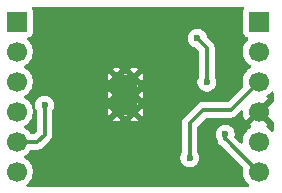
<source format=gbl>
G04 #@! TF.GenerationSoftware,KiCad,Pcbnew,9.0.1*
G04 #@! TF.CreationDate,2025-08-23T10:31:58+05:00*
G04 #@! TF.ProjectId,motor_driver,6d6f746f-725f-4647-9269-7665722e6b69,rev?*
G04 #@! TF.SameCoordinates,Original*
G04 #@! TF.FileFunction,Copper,L2,Bot*
G04 #@! TF.FilePolarity,Positive*
%FSLAX46Y46*%
G04 Gerber Fmt 4.6, Leading zero omitted, Abs format (unit mm)*
G04 Created by KiCad (PCBNEW 9.0.1) date 2025-08-23 10:31:58*
%MOMM*%
%LPD*%
G01*
G04 APERTURE LIST*
G04 #@! TA.AperFunction,ComponentPad*
%ADD10R,1.700000X1.700000*%
G04 #@! TD*
G04 #@! TA.AperFunction,ComponentPad*
%ADD11C,1.700000*%
G04 #@! TD*
G04 #@! TA.AperFunction,HeatsinkPad*
%ADD12C,0.500000*%
G04 #@! TD*
G04 #@! TA.AperFunction,HeatsinkPad*
%ADD13R,2.000000X3.500000*%
G04 #@! TD*
G04 #@! TA.AperFunction,ViaPad*
%ADD14C,0.600000*%
G04 #@! TD*
G04 #@! TA.AperFunction,Conductor*
%ADD15C,0.300000*%
G04 #@! TD*
G04 APERTURE END LIST*
D10*
X148450000Y-89540000D03*
D11*
X148450000Y-92080000D03*
X148450000Y-94620000D03*
X148450000Y-97160000D03*
X148450000Y-99700000D03*
X148450000Y-102240000D03*
D12*
X156900000Y-94200000D03*
X156900000Y-95700000D03*
X156900000Y-97200000D03*
D13*
X157650000Y-95700000D03*
D12*
X158400000Y-94200000D03*
X158400000Y-95700000D03*
X158400000Y-97200000D03*
D10*
X168950000Y-89520000D03*
D11*
X168950000Y-92060000D03*
X168950000Y-94600000D03*
X168950000Y-97140000D03*
X168950000Y-99680000D03*
X168950000Y-102220000D03*
D14*
X163750000Y-90950000D03*
X164550000Y-94650000D03*
X163100000Y-101050000D03*
X166100000Y-99060000D03*
X150800000Y-96600000D03*
D15*
X164550000Y-91750000D02*
X164550000Y-94650000D01*
X164200000Y-97000000D02*
X163100000Y-98100000D01*
X166550000Y-97000000D02*
X164200000Y-97000000D01*
X163750000Y-90950000D02*
X164550000Y-91750000D01*
X168950000Y-94600000D02*
X166550000Y-97000000D01*
X163100000Y-98100000D02*
X163100000Y-101050000D01*
X166100000Y-99500000D02*
X166150000Y-99500000D01*
X166150000Y-99500000D02*
X168900000Y-102250000D01*
X166100000Y-99060000D02*
X166100000Y-99500000D01*
X148400000Y-99710000D02*
X150190000Y-99710000D01*
X150800000Y-99100000D02*
X150800000Y-96600000D01*
X150190000Y-99710000D02*
X150800000Y-99100000D01*
G04 #@! TA.AperFunction,Conductor*
G36*
X167610993Y-88270185D02*
G01*
X167656748Y-88322989D01*
X167666692Y-88392147D01*
X167657820Y-88418806D01*
X167659303Y-88419359D01*
X167605908Y-88562517D01*
X167599501Y-88622116D01*
X167599500Y-88622135D01*
X167599500Y-90417870D01*
X167599501Y-90417876D01*
X167605908Y-90477483D01*
X167656202Y-90612328D01*
X167656206Y-90612335D01*
X167742452Y-90727544D01*
X167742455Y-90727547D01*
X167857664Y-90813793D01*
X167857671Y-90813797D01*
X167989082Y-90862810D01*
X168045016Y-90904681D01*
X168069433Y-90970145D01*
X168054582Y-91038418D01*
X168033431Y-91066673D01*
X167919889Y-91180215D01*
X167794951Y-91352179D01*
X167698444Y-91541585D01*
X167632753Y-91743760D01*
X167629316Y-91765463D01*
X167599500Y-91953713D01*
X167599500Y-92166287D01*
X167632754Y-92376243D01*
X167639252Y-92396243D01*
X167698444Y-92578414D01*
X167794951Y-92767820D01*
X167919890Y-92939786D01*
X168070213Y-93090109D01*
X168242182Y-93215050D01*
X168250946Y-93219516D01*
X168301742Y-93267491D01*
X168318536Y-93335312D01*
X168295998Y-93401447D01*
X168250946Y-93440484D01*
X168242182Y-93444949D01*
X168070213Y-93569890D01*
X167919890Y-93720213D01*
X167794951Y-93892179D01*
X167698444Y-94081585D01*
X167632753Y-94283760D01*
X167611371Y-94418760D01*
X167599500Y-94493713D01*
X167599500Y-94706287D01*
X167603073Y-94728844D01*
X167633516Y-94921055D01*
X167631877Y-94921314D01*
X167628738Y-94983883D01*
X167599342Y-95030710D01*
X166316873Y-96313181D01*
X166255550Y-96346666D01*
X166229192Y-96349500D01*
X164135929Y-96349500D01*
X164010261Y-96374497D01*
X164010255Y-96374499D01*
X163891874Y-96423534D01*
X163785326Y-96494726D01*
X162594726Y-97685326D01*
X162523534Y-97791874D01*
X162474499Y-97910255D01*
X162474497Y-97910261D01*
X162449500Y-98035928D01*
X162449500Y-100545064D01*
X162429815Y-100612103D01*
X162428603Y-100613954D01*
X162390608Y-100670817D01*
X162390602Y-100670828D01*
X162330264Y-100816498D01*
X162330261Y-100816510D01*
X162299500Y-100971153D01*
X162299500Y-101128846D01*
X162330261Y-101283489D01*
X162330264Y-101283501D01*
X162390602Y-101429172D01*
X162390609Y-101429185D01*
X162478210Y-101560288D01*
X162478213Y-101560292D01*
X162589707Y-101671786D01*
X162589711Y-101671789D01*
X162720814Y-101759390D01*
X162720827Y-101759397D01*
X162866498Y-101819735D01*
X162866503Y-101819737D01*
X163021153Y-101850499D01*
X163021156Y-101850500D01*
X163021158Y-101850500D01*
X163178844Y-101850500D01*
X163178845Y-101850499D01*
X163333497Y-101819737D01*
X163479179Y-101759394D01*
X163610289Y-101671789D01*
X163721789Y-101560289D01*
X163809394Y-101429179D01*
X163869737Y-101283497D01*
X163900500Y-101128842D01*
X163900500Y-100971158D01*
X163900500Y-100971155D01*
X163900499Y-100971153D01*
X163896291Y-100950000D01*
X163869737Y-100816503D01*
X163833950Y-100730104D01*
X163809397Y-100670828D01*
X163809396Y-100670827D01*
X163809394Y-100670821D01*
X163771396Y-100613953D01*
X163750520Y-100547276D01*
X163750500Y-100545064D01*
X163750500Y-98420808D01*
X163770185Y-98353769D01*
X163786819Y-98333127D01*
X164433127Y-97686819D01*
X164494450Y-97653334D01*
X164520808Y-97650500D01*
X166614071Y-97650500D01*
X166698615Y-97633682D01*
X166739744Y-97625501D01*
X166858127Y-97576465D01*
X166964669Y-97505277D01*
X167388320Y-97081625D01*
X167449642Y-97048141D01*
X167519333Y-97053125D01*
X167575267Y-97094996D01*
X167599684Y-97160461D01*
X167600000Y-97169307D01*
X167600000Y-97246246D01*
X167633242Y-97456127D01*
X167633242Y-97456130D01*
X167698904Y-97658217D01*
X167795375Y-97847550D01*
X167834728Y-97901716D01*
X168467037Y-97269408D01*
X168484075Y-97332993D01*
X168549901Y-97447007D01*
X168642993Y-97540099D01*
X168757007Y-97605925D01*
X168820590Y-97622962D01*
X168188282Y-98255269D01*
X168188282Y-98255270D01*
X168242452Y-98294626D01*
X168242451Y-98294626D01*
X168251495Y-98299234D01*
X168302292Y-98347208D01*
X168319087Y-98415029D01*
X168296550Y-98481164D01*
X168251499Y-98520202D01*
X168242182Y-98524949D01*
X168070213Y-98649890D01*
X167919890Y-98800213D01*
X167794951Y-98972179D01*
X167698444Y-99161585D01*
X167632753Y-99363760D01*
X167599500Y-99573713D01*
X167599500Y-99730192D01*
X167579815Y-99797231D01*
X167527011Y-99842986D01*
X167457853Y-99852930D01*
X167394297Y-99823905D01*
X167387819Y-99817873D01*
X166915559Y-99345613D01*
X166882074Y-99284290D01*
X166881623Y-99233740D01*
X166900500Y-99138844D01*
X166900500Y-98981155D01*
X166900499Y-98981153D01*
X166873159Y-98843708D01*
X166869737Y-98826503D01*
X166859387Y-98801516D01*
X166809397Y-98680827D01*
X166809390Y-98680814D01*
X166721789Y-98549711D01*
X166721786Y-98549707D01*
X166610292Y-98438213D01*
X166610288Y-98438210D01*
X166479185Y-98350609D01*
X166479172Y-98350602D01*
X166333501Y-98290264D01*
X166333489Y-98290261D01*
X166178845Y-98259500D01*
X166178842Y-98259500D01*
X166021158Y-98259500D01*
X166021155Y-98259500D01*
X165866510Y-98290261D01*
X165866498Y-98290264D01*
X165720827Y-98350602D01*
X165720814Y-98350609D01*
X165589711Y-98438210D01*
X165589707Y-98438213D01*
X165478213Y-98549707D01*
X165478210Y-98549711D01*
X165390609Y-98680814D01*
X165390602Y-98680827D01*
X165330264Y-98826498D01*
X165330261Y-98826510D01*
X165299500Y-98981153D01*
X165299500Y-99138846D01*
X165330261Y-99293489D01*
X165330264Y-99293501D01*
X165390602Y-99439172D01*
X165390606Y-99439179D01*
X165428602Y-99496044D01*
X165448031Y-99558094D01*
X165448903Y-99558009D01*
X165449315Y-99562194D01*
X165449480Y-99562721D01*
X165449491Y-99563984D01*
X165449499Y-99564071D01*
X165474497Y-99689738D01*
X165474499Y-99689744D01*
X165523533Y-99808124D01*
X165523538Y-99808133D01*
X165594723Y-99914668D01*
X165594726Y-99914672D01*
X165685327Y-100005273D01*
X165685335Y-100005279D01*
X165791862Y-100076458D01*
X165791865Y-100076459D01*
X165791873Y-100076465D01*
X165791879Y-100076467D01*
X165791880Y-100076468D01*
X165794084Y-100077381D01*
X165796066Y-100078705D01*
X165797244Y-100079335D01*
X165797182Y-100079450D01*
X165834316Y-100104262D01*
X167588222Y-101858168D01*
X167621707Y-101919491D01*
X167623014Y-101965246D01*
X167599500Y-102113712D01*
X167599500Y-102113713D01*
X167599500Y-102326287D01*
X167632754Y-102536243D01*
X167639252Y-102556243D01*
X167698444Y-102738414D01*
X167794951Y-102927820D01*
X167919890Y-103099786D01*
X167919896Y-103099792D01*
X168070208Y-103250104D01*
X168097736Y-103270104D01*
X168104724Y-103275181D01*
X168147390Y-103330511D01*
X168153369Y-103400124D01*
X168120764Y-103461920D01*
X168059925Y-103496277D01*
X168031839Y-103499500D01*
X149395689Y-103499500D01*
X149328650Y-103479815D01*
X149282895Y-103427011D01*
X149272951Y-103357853D01*
X149301976Y-103294297D01*
X149322804Y-103275181D01*
X149329792Y-103270104D01*
X149480104Y-103119792D01*
X149480106Y-103119788D01*
X149480109Y-103119786D01*
X149605048Y-102947820D01*
X149605047Y-102947820D01*
X149605051Y-102947816D01*
X149701557Y-102758412D01*
X149767246Y-102556243D01*
X149800500Y-102346287D01*
X149800500Y-102133713D01*
X149767246Y-101923757D01*
X149701557Y-101721588D01*
X149605051Y-101532184D01*
X149605049Y-101532181D01*
X149605048Y-101532179D01*
X149480109Y-101360213D01*
X149329786Y-101209890D01*
X149157820Y-101084951D01*
X149157115Y-101084591D01*
X149149054Y-101080485D01*
X149098259Y-101032512D01*
X149081463Y-100964692D01*
X149103999Y-100898556D01*
X149149054Y-100859515D01*
X149157816Y-100855051D01*
X149210880Y-100816498D01*
X149329786Y-100730109D01*
X149329788Y-100730106D01*
X149329792Y-100730104D01*
X149480104Y-100579792D01*
X149496544Y-100557164D01*
X149602292Y-100411615D01*
X149657622Y-100368949D01*
X149702610Y-100360500D01*
X150254071Y-100360500D01*
X150338615Y-100343682D01*
X150379744Y-100335501D01*
X150498127Y-100286465D01*
X150507405Y-100280265D01*
X150507409Y-100280264D01*
X150593935Y-100222449D01*
X150604669Y-100215277D01*
X151305276Y-99514670D01*
X151376465Y-99408127D01*
X151425501Y-99289744D01*
X151436641Y-99233740D01*
X151450500Y-99164071D01*
X151450500Y-97877577D01*
X156575975Y-97877577D01*
X156681236Y-97921178D01*
X156681240Y-97921179D01*
X156826126Y-97949999D01*
X156826129Y-97950000D01*
X156973871Y-97950000D01*
X156973873Y-97949999D01*
X157118760Y-97921179D01*
X157118775Y-97921175D01*
X157224024Y-97877578D01*
X157224024Y-97877577D01*
X158075975Y-97877577D01*
X158181236Y-97921178D01*
X158181240Y-97921179D01*
X158326126Y-97949999D01*
X158326129Y-97950000D01*
X158473871Y-97950000D01*
X158473873Y-97949999D01*
X158618760Y-97921179D01*
X158618775Y-97921175D01*
X158724024Y-97877578D01*
X158724024Y-97877577D01*
X158400001Y-97553554D01*
X158400000Y-97553554D01*
X158075975Y-97877577D01*
X157224024Y-97877577D01*
X156900001Y-97553554D01*
X156900000Y-97553554D01*
X156575975Y-97877577D01*
X151450500Y-97877577D01*
X151450500Y-97126126D01*
X156150000Y-97126126D01*
X156150000Y-97273873D01*
X156178820Y-97418759D01*
X156178822Y-97418767D01*
X156222421Y-97524024D01*
X156546446Y-97200000D01*
X156546446Y-97199999D01*
X156526556Y-97180109D01*
X156800000Y-97180109D01*
X156800000Y-97219891D01*
X156815224Y-97256645D01*
X156843355Y-97284776D01*
X156880109Y-97300000D01*
X156919891Y-97300000D01*
X156956645Y-97284776D01*
X156984776Y-97256645D01*
X157000000Y-97219891D01*
X157000000Y-97199999D01*
X157253554Y-97199999D01*
X157253554Y-97200001D01*
X157577576Y-97524023D01*
X157625807Y-97514430D01*
X157674191Y-97514430D01*
X157722422Y-97524024D01*
X158046446Y-97200000D01*
X158046446Y-97199999D01*
X158026556Y-97180109D01*
X158300000Y-97180109D01*
X158300000Y-97219891D01*
X158315224Y-97256645D01*
X158343355Y-97284776D01*
X158380109Y-97300000D01*
X158419891Y-97300000D01*
X158456645Y-97284776D01*
X158484776Y-97256645D01*
X158500000Y-97219891D01*
X158500000Y-97199999D01*
X158753554Y-97199999D01*
X158753554Y-97200001D01*
X159077577Y-97524024D01*
X159077578Y-97524024D01*
X159121175Y-97418775D01*
X159121179Y-97418760D01*
X159149999Y-97273873D01*
X159150000Y-97273871D01*
X159150000Y-97126128D01*
X159149999Y-97126126D01*
X159121179Y-96981240D01*
X159121178Y-96981236D01*
X159077577Y-96875975D01*
X158753554Y-97199999D01*
X158500000Y-97199999D01*
X158500000Y-97180109D01*
X158484776Y-97143355D01*
X158456645Y-97115224D01*
X158419891Y-97100000D01*
X158380109Y-97100000D01*
X158343355Y-97115224D01*
X158315224Y-97143355D01*
X158300000Y-97180109D01*
X158026556Y-97180109D01*
X157722421Y-96875974D01*
X157674190Y-96885568D01*
X157625808Y-96885568D01*
X157577577Y-96875974D01*
X157253554Y-97199999D01*
X157000000Y-97199999D01*
X157000000Y-97180109D01*
X156984776Y-97143355D01*
X156956645Y-97115224D01*
X156919891Y-97100000D01*
X156880109Y-97100000D01*
X156843355Y-97115224D01*
X156815224Y-97143355D01*
X156800000Y-97180109D01*
X156526556Y-97180109D01*
X156222421Y-96875974D01*
X156222420Y-96875974D01*
X156178823Y-96981228D01*
X156178820Y-96981240D01*
X156150000Y-97126126D01*
X151450500Y-97126126D01*
X151450500Y-97104935D01*
X151470185Y-97037896D01*
X151471366Y-97036090D01*
X151509394Y-96979179D01*
X151569737Y-96833497D01*
X151600500Y-96678842D01*
X151600500Y-96521158D01*
X151600500Y-96521155D01*
X151600499Y-96521153D01*
X151571940Y-96377577D01*
X156575974Y-96377577D01*
X156585568Y-96425808D01*
X156585568Y-96474190D01*
X156575974Y-96522421D01*
X156900000Y-96846446D01*
X156900001Y-96846446D01*
X157224024Y-96522422D01*
X157214430Y-96474191D01*
X157214430Y-96465853D01*
X157212540Y-96461050D01*
X157214430Y-96425807D01*
X157224023Y-96377577D01*
X158075974Y-96377577D01*
X158085568Y-96425808D01*
X158085568Y-96474190D01*
X158075974Y-96522421D01*
X158400000Y-96846446D01*
X158400001Y-96846446D01*
X158724024Y-96522422D01*
X158714430Y-96474191D01*
X158714430Y-96425807D01*
X158724023Y-96377576D01*
X158400001Y-96053554D01*
X158400000Y-96053554D01*
X158075974Y-96377577D01*
X157224023Y-96377577D01*
X157224023Y-96377576D01*
X156900001Y-96053554D01*
X156900000Y-96053554D01*
X156575974Y-96377577D01*
X151571940Y-96377577D01*
X151569739Y-96366512D01*
X151569738Y-96366509D01*
X151569737Y-96366503D01*
X151550351Y-96319700D01*
X151509397Y-96220827D01*
X151509390Y-96220814D01*
X151421789Y-96089711D01*
X151421786Y-96089707D01*
X151310292Y-95978213D01*
X151310288Y-95978210D01*
X151179185Y-95890609D01*
X151179172Y-95890602D01*
X151033501Y-95830264D01*
X151033489Y-95830261D01*
X150878845Y-95799500D01*
X150878842Y-95799500D01*
X150721158Y-95799500D01*
X150721155Y-95799500D01*
X150566510Y-95830261D01*
X150566498Y-95830264D01*
X150420827Y-95890602D01*
X150420814Y-95890609D01*
X150289711Y-95978210D01*
X150289707Y-95978213D01*
X150178213Y-96089707D01*
X150178210Y-96089711D01*
X150090609Y-96220814D01*
X150090602Y-96220827D01*
X150030264Y-96366498D01*
X150030261Y-96366510D01*
X149999500Y-96521153D01*
X149999500Y-96678846D01*
X150030261Y-96833489D01*
X150030264Y-96833501D01*
X150090602Y-96979172D01*
X150090606Y-96979179D01*
X150128602Y-97036044D01*
X150149480Y-97102721D01*
X150149500Y-97104935D01*
X150149500Y-98779192D01*
X150140855Y-98808632D01*
X150134332Y-98838619D01*
X150130577Y-98843634D01*
X150129815Y-98846231D01*
X150113181Y-98866873D01*
X149956873Y-99023181D01*
X149895550Y-99056666D01*
X149869192Y-99059500D01*
X149715337Y-99059500D01*
X149648298Y-99039815D01*
X149608471Y-98995793D01*
X149607592Y-98996332D01*
X149605057Y-98992196D01*
X149605051Y-98992184D01*
X149590517Y-98972179D01*
X149480109Y-98820213D01*
X149329786Y-98669890D01*
X149157820Y-98544951D01*
X149157115Y-98544591D01*
X149149054Y-98540485D01*
X149098259Y-98492512D01*
X149081463Y-98424692D01*
X149103999Y-98358556D01*
X149149054Y-98319515D01*
X149157816Y-98315051D01*
X149240098Y-98255270D01*
X149329786Y-98190109D01*
X149329788Y-98190106D01*
X149329792Y-98190104D01*
X149480104Y-98039792D01*
X149480106Y-98039788D01*
X149480109Y-98039786D01*
X149589086Y-97889789D01*
X149605051Y-97867816D01*
X149701557Y-97678412D01*
X149767246Y-97476243D01*
X149800500Y-97266287D01*
X149800500Y-97053713D01*
X149767246Y-96843757D01*
X149701557Y-96641588D01*
X149605051Y-96452184D01*
X149605049Y-96452181D01*
X149605048Y-96452179D01*
X149480109Y-96280213D01*
X149329786Y-96129890D01*
X149157820Y-96004951D01*
X149157115Y-96004591D01*
X149149054Y-96000485D01*
X149098259Y-95952512D01*
X149081463Y-95884692D01*
X149103999Y-95818556D01*
X149149054Y-95779515D01*
X149157816Y-95775051D01*
X149233738Y-95719891D01*
X149329786Y-95650109D01*
X149329788Y-95650106D01*
X149329792Y-95650104D01*
X149353770Y-95626126D01*
X156150000Y-95626126D01*
X156150000Y-95773873D01*
X156178820Y-95918759D01*
X156178822Y-95918767D01*
X156222421Y-96024024D01*
X156546446Y-95700000D01*
X156546446Y-95699999D01*
X156526556Y-95680109D01*
X156800000Y-95680109D01*
X156800000Y-95719891D01*
X156815224Y-95756645D01*
X156843355Y-95784776D01*
X156880109Y-95800000D01*
X156919891Y-95800000D01*
X156956645Y-95784776D01*
X156984776Y-95756645D01*
X157000000Y-95719891D01*
X157000000Y-95699999D01*
X157253554Y-95699999D01*
X157253554Y-95700001D01*
X157577576Y-96024023D01*
X157625807Y-96014430D01*
X157674191Y-96014430D01*
X157722422Y-96024024D01*
X158046446Y-95700000D01*
X158046446Y-95699999D01*
X158026556Y-95680109D01*
X158300000Y-95680109D01*
X158300000Y-95719891D01*
X158315224Y-95756645D01*
X158343355Y-95784776D01*
X158380109Y-95800000D01*
X158419891Y-95800000D01*
X158456645Y-95784776D01*
X158484776Y-95756645D01*
X158500000Y-95719891D01*
X158500000Y-95699999D01*
X158753554Y-95699999D01*
X158753554Y-95700001D01*
X159077577Y-96024024D01*
X159077578Y-96024024D01*
X159121175Y-95918775D01*
X159121179Y-95918760D01*
X159149999Y-95773873D01*
X159150000Y-95773871D01*
X159150000Y-95626128D01*
X159149999Y-95626126D01*
X159121179Y-95481240D01*
X159121178Y-95481236D01*
X159077577Y-95375975D01*
X158753554Y-95699999D01*
X158500000Y-95699999D01*
X158500000Y-95680109D01*
X158484776Y-95643355D01*
X158456645Y-95615224D01*
X158419891Y-95600000D01*
X158380109Y-95600000D01*
X158343355Y-95615224D01*
X158315224Y-95643355D01*
X158300000Y-95680109D01*
X158026556Y-95680109D01*
X157722421Y-95375974D01*
X157674190Y-95385568D01*
X157625808Y-95385568D01*
X157577577Y-95375974D01*
X157253554Y-95699999D01*
X157000000Y-95699999D01*
X157000000Y-95680109D01*
X156984776Y-95643355D01*
X156956645Y-95615224D01*
X156919891Y-95600000D01*
X156880109Y-95600000D01*
X156843355Y-95615224D01*
X156815224Y-95643355D01*
X156800000Y-95680109D01*
X156526556Y-95680109D01*
X156222421Y-95375974D01*
X156222420Y-95375974D01*
X156178823Y-95481228D01*
X156178820Y-95481240D01*
X156150000Y-95626126D01*
X149353770Y-95626126D01*
X149480104Y-95499792D01*
X149480106Y-95499788D01*
X149480109Y-95499786D01*
X149605048Y-95327820D01*
X149605047Y-95327820D01*
X149605051Y-95327816D01*
X149701557Y-95138412D01*
X149767246Y-94936243D01*
X149776538Y-94877577D01*
X156575974Y-94877577D01*
X156585568Y-94925808D01*
X156585568Y-94974190D01*
X156575974Y-95022421D01*
X156900000Y-95346446D01*
X156900001Y-95346446D01*
X157224024Y-95022422D01*
X157214430Y-94974191D01*
X157214430Y-94965853D01*
X157212540Y-94961050D01*
X157214430Y-94925807D01*
X157224023Y-94877577D01*
X158075974Y-94877577D01*
X158085568Y-94925808D01*
X158085568Y-94974190D01*
X158075974Y-95022421D01*
X158400000Y-95346446D01*
X158400001Y-95346446D01*
X158724024Y-95022422D01*
X158714430Y-94974191D01*
X158714430Y-94925807D01*
X158724023Y-94877576D01*
X158400001Y-94553554D01*
X158400000Y-94553554D01*
X158075974Y-94877577D01*
X157224023Y-94877577D01*
X157224023Y-94877576D01*
X156900001Y-94553554D01*
X156900000Y-94553554D01*
X156575974Y-94877577D01*
X149776538Y-94877577D01*
X149800500Y-94726287D01*
X149800500Y-94513713D01*
X149767246Y-94303757D01*
X149709530Y-94126126D01*
X156150000Y-94126126D01*
X156150000Y-94273873D01*
X156178820Y-94418759D01*
X156178822Y-94418767D01*
X156222421Y-94524024D01*
X156546446Y-94200000D01*
X156546446Y-94199999D01*
X156526556Y-94180109D01*
X156800000Y-94180109D01*
X156800000Y-94219891D01*
X156815224Y-94256645D01*
X156843355Y-94284776D01*
X156880109Y-94300000D01*
X156919891Y-94300000D01*
X156956645Y-94284776D01*
X156984776Y-94256645D01*
X157000000Y-94219891D01*
X157000000Y-94199999D01*
X157253554Y-94199999D01*
X157253554Y-94200001D01*
X157577576Y-94524023D01*
X157625807Y-94514430D01*
X157674191Y-94514430D01*
X157722422Y-94524024D01*
X158046446Y-94200000D01*
X158046446Y-94199999D01*
X158026556Y-94180109D01*
X158300000Y-94180109D01*
X158300000Y-94219891D01*
X158315224Y-94256645D01*
X158343355Y-94284776D01*
X158380109Y-94300000D01*
X158419891Y-94300000D01*
X158456645Y-94284776D01*
X158484776Y-94256645D01*
X158500000Y-94219891D01*
X158500000Y-94199999D01*
X158753554Y-94199999D01*
X158753554Y-94200001D01*
X159077577Y-94524024D01*
X159077578Y-94524024D01*
X159121175Y-94418775D01*
X159121179Y-94418760D01*
X159149999Y-94273873D01*
X159150000Y-94273871D01*
X159150000Y-94126128D01*
X159149999Y-94126126D01*
X159121179Y-93981240D01*
X159121178Y-93981236D01*
X159077577Y-93875975D01*
X158753554Y-94199999D01*
X158500000Y-94199999D01*
X158500000Y-94180109D01*
X158484776Y-94143355D01*
X158456645Y-94115224D01*
X158419891Y-94100000D01*
X158380109Y-94100000D01*
X158343355Y-94115224D01*
X158315224Y-94143355D01*
X158300000Y-94180109D01*
X158026556Y-94180109D01*
X157722421Y-93875974D01*
X157674190Y-93885568D01*
X157625808Y-93885568D01*
X157577577Y-93875974D01*
X157253554Y-94199999D01*
X157000000Y-94199999D01*
X157000000Y-94180109D01*
X156984776Y-94143355D01*
X156956645Y-94115224D01*
X156919891Y-94100000D01*
X156880109Y-94100000D01*
X156843355Y-94115224D01*
X156815224Y-94143355D01*
X156800000Y-94180109D01*
X156526556Y-94180109D01*
X156222421Y-93875974D01*
X156222420Y-93875974D01*
X156178823Y-93981228D01*
X156178820Y-93981240D01*
X156150000Y-94126126D01*
X149709530Y-94126126D01*
X149701557Y-94101588D01*
X149605051Y-93912184D01*
X149605049Y-93912181D01*
X149605048Y-93912179D01*
X149480109Y-93740213D01*
X149329786Y-93589890D01*
X149236920Y-93522420D01*
X156575974Y-93522420D01*
X156575974Y-93522421D01*
X156900000Y-93846446D01*
X156900001Y-93846446D01*
X157224024Y-93522421D01*
X157224022Y-93522420D01*
X158075974Y-93522420D01*
X158075974Y-93522421D01*
X158400000Y-93846446D01*
X158400001Y-93846446D01*
X158724024Y-93522421D01*
X158618767Y-93478822D01*
X158618759Y-93478820D01*
X158473872Y-93450000D01*
X158326128Y-93450000D01*
X158181240Y-93478820D01*
X158181228Y-93478823D01*
X158075974Y-93522420D01*
X157224022Y-93522420D01*
X157118767Y-93478822D01*
X157118759Y-93478820D01*
X156973872Y-93450000D01*
X156826128Y-93450000D01*
X156681240Y-93478820D01*
X156681228Y-93478823D01*
X156575974Y-93522420D01*
X149236920Y-93522420D01*
X149157820Y-93464951D01*
X149157115Y-93464591D01*
X149149054Y-93460485D01*
X149098259Y-93412512D01*
X149081463Y-93344692D01*
X149103999Y-93278556D01*
X149149054Y-93239515D01*
X149157816Y-93235051D01*
X149185348Y-93215048D01*
X149329786Y-93110109D01*
X149329788Y-93110106D01*
X149329792Y-93110104D01*
X149480104Y-92959792D01*
X149480106Y-92959788D01*
X149480109Y-92959786D01*
X149605048Y-92787820D01*
X149605047Y-92787820D01*
X149605051Y-92787816D01*
X149701557Y-92598412D01*
X149767246Y-92396243D01*
X149800500Y-92186287D01*
X149800500Y-91973713D01*
X149767246Y-91763757D01*
X149701557Y-91561588D01*
X149605051Y-91372184D01*
X149605049Y-91372181D01*
X149605048Y-91372179D01*
X149480109Y-91200213D01*
X149366569Y-91086673D01*
X149333084Y-91025350D01*
X149338068Y-90955658D01*
X149379940Y-90899725D01*
X149410915Y-90882810D01*
X149442170Y-90871153D01*
X162949500Y-90871153D01*
X162949500Y-91028846D01*
X162980261Y-91183489D01*
X162980264Y-91183501D01*
X163040602Y-91329172D01*
X163040609Y-91329185D01*
X163128210Y-91460288D01*
X163128213Y-91460292D01*
X163239707Y-91571786D01*
X163239711Y-91571789D01*
X163370814Y-91659390D01*
X163370827Y-91659397D01*
X163434880Y-91685928D01*
X163516503Y-91719737D01*
X163583580Y-91733079D01*
X163645490Y-91765463D01*
X163647069Y-91767015D01*
X163863181Y-91983127D01*
X163896666Y-92044450D01*
X163899500Y-92070808D01*
X163899500Y-94145064D01*
X163879815Y-94212103D01*
X163878603Y-94213954D01*
X163840608Y-94270817D01*
X163840602Y-94270828D01*
X163780264Y-94416498D01*
X163780261Y-94416510D01*
X163749500Y-94571153D01*
X163749500Y-94728846D01*
X163780261Y-94883489D01*
X163780264Y-94883501D01*
X163840602Y-95029172D01*
X163840609Y-95029185D01*
X163928210Y-95160288D01*
X163928213Y-95160292D01*
X164039707Y-95271786D01*
X164039711Y-95271789D01*
X164170814Y-95359390D01*
X164170827Y-95359397D01*
X164316498Y-95419735D01*
X164316503Y-95419737D01*
X164419890Y-95440302D01*
X164471153Y-95450499D01*
X164471156Y-95450500D01*
X164471158Y-95450500D01*
X164628844Y-95450500D01*
X164628845Y-95450499D01*
X164783497Y-95419737D01*
X164929179Y-95359394D01*
X165060289Y-95271789D01*
X165171789Y-95160289D01*
X165259394Y-95029179D01*
X165319737Y-94883497D01*
X165350500Y-94728842D01*
X165350500Y-94571158D01*
X165350500Y-94571155D01*
X165350499Y-94571153D01*
X165320186Y-94418760D01*
X165319737Y-94416503D01*
X165273038Y-94303760D01*
X165259397Y-94270828D01*
X165259396Y-94270827D01*
X165259394Y-94270821D01*
X165221396Y-94213953D01*
X165200520Y-94147276D01*
X165200500Y-94145064D01*
X165200500Y-91685928D01*
X165175502Y-91560261D01*
X165175501Y-91560260D01*
X165175501Y-91560256D01*
X165126465Y-91441873D01*
X165113332Y-91422218D01*
X165055277Y-91335331D01*
X165055275Y-91335329D01*
X165055273Y-91335326D01*
X165055272Y-91335325D01*
X164567014Y-90847068D01*
X164533529Y-90785745D01*
X164533105Y-90783714D01*
X164519737Y-90716503D01*
X164476587Y-90612328D01*
X164459397Y-90570827D01*
X164459390Y-90570814D01*
X164371789Y-90439711D01*
X164371786Y-90439707D01*
X164260292Y-90328213D01*
X164260288Y-90328210D01*
X164129185Y-90240609D01*
X164129172Y-90240602D01*
X163983501Y-90180264D01*
X163983489Y-90180261D01*
X163828845Y-90149500D01*
X163828842Y-90149500D01*
X163671158Y-90149500D01*
X163671155Y-90149500D01*
X163516510Y-90180261D01*
X163516498Y-90180264D01*
X163370827Y-90240602D01*
X163370814Y-90240609D01*
X163239711Y-90328210D01*
X163239707Y-90328213D01*
X163128213Y-90439707D01*
X163128210Y-90439711D01*
X163040609Y-90570814D01*
X163040602Y-90570827D01*
X162980264Y-90716498D01*
X162980261Y-90716510D01*
X162949500Y-90871153D01*
X149442170Y-90871153D01*
X149542331Y-90833796D01*
X149657546Y-90747546D01*
X149743796Y-90632331D01*
X149794091Y-90497483D01*
X149800500Y-90437873D01*
X149800499Y-88642128D01*
X149794091Y-88582517D01*
X149786631Y-88562517D01*
X149743797Y-88447671D01*
X149739546Y-88439886D01*
X149741021Y-88439080D01*
X149720234Y-88383345D01*
X149735086Y-88315072D01*
X149784492Y-88265667D01*
X149843918Y-88250500D01*
X167543954Y-88250500D01*
X167610993Y-88270185D01*
G37*
G04 #@! TD.AperFunction*
G04 #@! TA.AperFunction,Conductor*
G36*
X170065269Y-97901716D02*
G01*
X170065770Y-97901677D01*
X170134147Y-97916041D01*
X170183905Y-97965092D01*
X170199500Y-98025295D01*
X170199500Y-98720970D01*
X170179815Y-98788009D01*
X170127011Y-98833764D01*
X170057853Y-98843708D01*
X169994297Y-98814683D01*
X169981222Y-98801516D01*
X169980107Y-98800211D01*
X169829786Y-98649890D01*
X169657817Y-98524949D01*
X169648504Y-98520204D01*
X169597707Y-98472230D01*
X169580912Y-98404409D01*
X169603449Y-98338274D01*
X169648507Y-98299232D01*
X169657555Y-98294622D01*
X169711716Y-98255270D01*
X169711717Y-98255270D01*
X169079408Y-97622962D01*
X169142993Y-97605925D01*
X169257007Y-97540099D01*
X169350099Y-97447007D01*
X169415925Y-97332993D01*
X169432962Y-97269408D01*
X170065269Y-97901716D01*
G37*
G04 #@! TD.AperFunction*
G04 #@! TA.AperFunction,Conductor*
G36*
X170168635Y-95477164D02*
G01*
X170198110Y-95540512D01*
X170199500Y-95559029D01*
X170199500Y-96254703D01*
X170179815Y-96321742D01*
X170127011Y-96367497D01*
X170065772Y-96378321D01*
X170065270Y-96378281D01*
X169432962Y-97010590D01*
X169415925Y-96947007D01*
X169350099Y-96832993D01*
X169257007Y-96739901D01*
X169142993Y-96674075D01*
X169079408Y-96657037D01*
X169711716Y-96024728D01*
X169657547Y-95985373D01*
X169657547Y-95985372D01*
X169648500Y-95980763D01*
X169597706Y-95932788D01*
X169580912Y-95864966D01*
X169603451Y-95798832D01*
X169648508Y-95759793D01*
X169657816Y-95755051D01*
X169760966Y-95680109D01*
X169829786Y-95630109D01*
X169829788Y-95630106D01*
X169829792Y-95630104D01*
X169980104Y-95479792D01*
X169980107Y-95479787D01*
X169981214Y-95478493D01*
X169981758Y-95478137D01*
X169983549Y-95476347D01*
X169983925Y-95476723D01*
X170039723Y-95440302D01*
X170109591Y-95439807D01*
X170168635Y-95477164D01*
G37*
G04 #@! TD.AperFunction*
M02*

</source>
